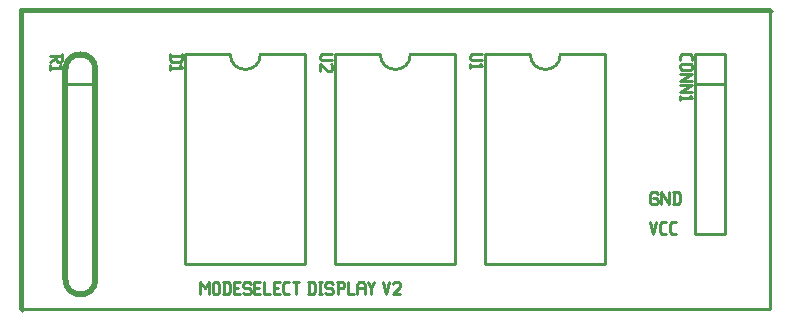
<source format=gbr>
G04 start of page 13 for group -4079 idx -4079 *
G04 Title: (unknown), topsilk *
G04 Creator: pcb 4.2.2 *
G04 CreationDate: Sun May  5 21:26:13 2024 UTC *
G04 For: steve *
G04 Format: Gerber/RS-274X *
G04 PCB-Dimensions (mil): 2500.00 1000.00 *
G04 PCB-Coordinate-Origin: lower left *
%MOIN*%
%FSLAX25Y25*%
%LNTOPSILK*%
%ADD64C,0.0200*%
%ADD63C,0.0100*%
G54D63*X0Y100000D02*Y0D01*
Y100000D02*X250000D01*
X0Y0D02*X250000D01*
Y100000D02*Y0D01*
Y100000D02*Y0D01*
X0D01*
X500Y99500D02*X250500D01*
X505Y-495D02*Y99505D01*
X60000Y9000D02*Y5000D01*
Y9000D02*X61500Y7000D01*
X63000Y9000D01*
Y5000D01*
X64200Y8500D02*Y5500D01*
Y8500D02*X64700Y9000D01*
X65700D01*
X66200Y8500D01*
Y5500D01*
X65700Y5000D02*X66200Y5500D01*
X64700Y5000D02*X65700D01*
X64200Y5500D02*X64700Y5000D01*
X67900Y9000D02*Y5000D01*
X69200Y9000D02*X69900Y8300D01*
Y5700D01*
X69200Y5000D02*X69900Y5700D01*
X67400Y5000D02*X69200D01*
X67400Y9000D02*X69200D01*
X71100Y7200D02*X72600D01*
X71100Y5000D02*X73100D01*
X71100Y9000D02*Y5000D01*
Y9000D02*X73100D01*
X76300D02*X76800Y8500D01*
X74800Y9000D02*X76300D01*
X74300Y8500D02*X74800Y9000D01*
X74300Y8500D02*Y7500D01*
X74800Y7000D01*
X76300D01*
X76800Y6500D01*
Y5500D01*
X76300Y5000D02*X76800Y5500D01*
X74800Y5000D02*X76300D01*
X74300Y5500D02*X74800Y5000D01*
X78000Y7200D02*X79500D01*
X78000Y5000D02*X80000D01*
X78000Y9000D02*Y5000D01*
Y9000D02*X80000D01*
X81200D02*Y5000D01*
X83200D01*
X84400Y7200D02*X85900D01*
X84400Y5000D02*X86400D01*
X84400Y9000D02*Y5000D01*
Y9000D02*X86400D01*
X88300Y5000D02*X89600D01*
X87600Y5700D02*X88300Y5000D01*
X87600Y8300D02*Y5700D01*
Y8300D02*X88300Y9000D01*
X89600D01*
X90800D02*X92800D01*
X91800D02*Y5000D01*
X96300Y9000D02*Y5000D01*
X97600Y9000D02*X98300Y8300D01*
Y5700D01*
X97600Y5000D02*X98300Y5700D01*
X95800Y5000D02*X97600D01*
X95800Y9000D02*X97600D01*
X99500D02*X100500D01*
X100000D02*Y5000D01*
X99500D02*X100500D01*
X103700Y9000D02*X104200Y8500D01*
X102200Y9000D02*X103700D01*
X101700Y8500D02*X102200Y9000D01*
X101700Y8500D02*Y7500D01*
X102200Y7000D01*
X103700D01*
X104200Y6500D01*
Y5500D01*
X103700Y5000D02*X104200Y5500D01*
X102200Y5000D02*X103700D01*
X101700Y5500D02*X102200Y5000D01*
X105900Y9000D02*Y5000D01*
X105400Y9000D02*X107400D01*
X107900Y8500D01*
Y7500D01*
X107400Y7000D02*X107900Y7500D01*
X105900Y7000D02*X107400D01*
X109100Y9000D02*Y5000D01*
X111100D01*
X112300Y8000D02*Y5000D01*
Y8000D02*X113000Y9000D01*
X114100D01*
X114800Y8000D01*
Y5000D01*
X112300Y7000D02*X114800D01*
X116000Y9000D02*X117000Y7000D01*
X118000Y9000D01*
X117000Y7000D02*Y5000D01*
X121000Y9000D02*X122000Y5000D01*
X123000Y9000D01*
X124200Y8500D02*X124700Y9000D01*
X126200D01*
X126700Y8500D01*
Y7500D01*
X124200Y5000D02*X126700Y7500D01*
X124200Y5000D02*X126700D01*
X212000Y39000D02*X212500Y38500D01*
X210500Y39000D02*X212000D01*
X210000Y38500D02*X210500Y39000D01*
X210000Y38500D02*Y35500D01*
X210500Y35000D01*
X212000D01*
X212500Y35500D01*
Y36500D02*Y35500D01*
X212000Y37000D02*X212500Y36500D01*
X211000Y37000D02*X212000D01*
X213700Y39000D02*Y35000D01*
Y39000D02*X216200Y35000D01*
Y39000D02*Y35000D01*
X217900Y39000D02*Y35000D01*
X219200Y39000D02*X219900Y38300D01*
Y35700D01*
X219200Y35000D02*X219900Y35700D01*
X217400Y35000D02*X219200D01*
X217400Y39000D02*X219200D01*
X210000Y29000D02*X211000Y25000D01*
X212000Y29000D01*
X213900Y25000D02*X215200D01*
X213200Y25700D02*X213900Y25000D01*
X213200Y28300D02*Y25700D01*
Y28300D02*X213900Y29000D01*
X215200D01*
X217100Y25000D02*X218400D01*
X216400Y25700D02*X217100Y25000D01*
X216400Y28300D02*Y25700D01*
Y28300D02*X217100Y29000D01*
X218400D01*
G54D64*X15000Y80000D02*Y10000D01*
X25000Y80000D02*Y10000D01*
G54D63*X15000Y75000D02*X25000D01*
G54D64*Y80000D02*G75*G03X15000Y80000I-5000J0D01*G01*
Y10000D02*G75*G03X25000Y10000I5000J0D01*G01*
G54D63*X225000Y85000D02*Y25000D01*
X235000D01*
Y85000D01*
X225000D01*
Y75000D02*X235000D01*
Y85000D01*
X55000D02*Y15000D01*
X95000D01*
Y85000D01*
X55000D02*X70000D01*
X80000D02*X95000D01*
X70000D02*G75*G03X80000Y85000I5000J0D01*G01*
X105000D02*Y15000D01*
X145000D01*
Y85000D01*
X105000D02*X120000D01*
X130000D02*X145000D01*
X120000D02*G75*G03X130000Y85000I5000J0D01*G01*
X155000D02*Y15000D01*
X195000D01*
Y85000D01*
X155000D02*X170000D01*
X180000D02*X195000D01*
X170000D02*G75*G03X180000Y85000I5000J0D01*G01*
X14000D02*Y83000D01*
X13500Y82500D01*
X12500D02*X13500D01*
X12000Y83000D02*X12500Y82500D01*
X12000Y84500D02*Y83000D01*
X10000Y84500D02*X14000D01*
X12000Y83700D02*X10000Y82500D01*
X13200Y81300D02*X14000Y80500D01*
X10000D02*X14000D01*
X10000Y81300D02*Y79800D01*
X220000Y84300D02*Y83000D01*
X220700Y85000D02*X220000Y84300D01*
X220700Y85000D02*X223300D01*
X224000Y84300D01*
Y83000D01*
X220500Y81800D02*X223500D01*
X224000Y81300D01*
Y80300D01*
X223500Y79800D01*
X220500D02*X223500D01*
X220000Y80300D02*X220500Y79800D01*
X220000Y81300D02*Y80300D01*
X220500Y81800D02*X220000Y81300D01*
Y78600D02*X224000D01*
X220000Y76100D01*
X224000D01*
X220000Y74900D02*X224000D01*
X220000Y72400D01*
X224000D01*
X223200Y71200D02*X224000Y70400D01*
X220000D02*X224000D01*
X220000Y71200D02*Y69700D01*
X50000Y84500D02*X54000D01*
Y83200D02*X53300Y82500D01*
X50700D02*X53300D01*
X50000Y83200D02*X50700Y82500D01*
X50000Y85000D02*Y83200D01*
X54000Y85000D02*Y83200D01*
X53200Y81300D02*X54000Y80500D01*
X50000D02*X54000D01*
X50000Y81300D02*Y79800D01*
X100500Y85000D02*X104000D01*
X100500D02*X100000Y84500D01*
Y83500D01*
X100500Y83000D01*
X104000D01*
X103500Y81800D02*X104000Y81300D01*
Y79800D01*
X103500Y79300D01*
X102500D02*X103500D01*
X100000Y81800D02*X102500Y79300D01*
X100000Y81800D02*Y79300D01*
X150500Y85000D02*X154000D01*
X150500D02*X150000Y84500D01*
Y83500D01*
X150500Y83000D01*
X154000D01*
X153200Y81800D02*X154000Y81000D01*
X150000D02*X154000D01*
X150000Y81800D02*Y80300D01*
M02*

</source>
